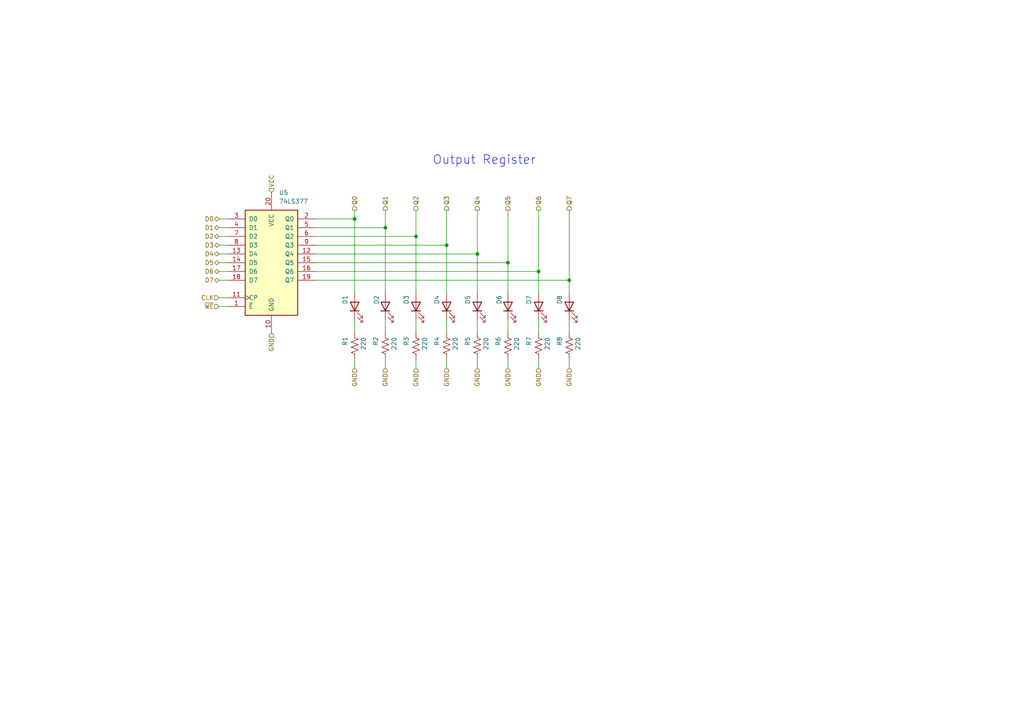
<source format=kicad_sch>
(kicad_sch (version 20250114) (generator "eeschema") (generator_version "9.0")
  (paper "A4")
  (title_block (title "Generic Register") (date "2025-11-16") (rev "1.0") (company "Marco Vettigli"))
  (lib_symbols
    (symbol "74xx:74LS377" (pin_names (offset 1.016))
      (property "Reference" "U" (at -7.62 16.51 0))
      (property "Value" "74LS377" (at -7.62 -16.51 0))
      (symbol "74LS377_1_0"
        (pin input line (at -12.7 12.7 0) (length 5.08) (name "D0") (number "3"))
        (pin input line (at -12.7 10.16 0) (length 5.08) (name "D1") (number "4"))
        (pin input line (at -12.7 7.62 0) (length 5.08) (name "D2") (number "7"))
        (pin input line (at -12.7 5.08 0) (length 5.08) (name "D3") (number "8"))
        (pin input line (at -12.7 2.54 0) (length 5.08) (name "D4") (number "13"))
        (pin input line (at -12.7 0 0) (length 5.08) (name "D5") (number "14"))
        (pin input line (at -12.7 -2.54 0) (length 5.08) (name "D6") (number "17"))
        (pin input line (at -12.7 -5.08 0) (length 5.08) (name "D7") (number "18"))
        (pin input clock (at -12.7 -10.16 0) (length 5.08) (name "CP") (number "11"))
        (pin input line (at -12.7 -12.7 0) (length 5.08) (name "~{E}") (number "1"))
        (pin power_in line (at 0 20.32 270) (length 5.08) (name "VCC") (number "20"))
        (pin power_in line (at 0 -20.32 90) (length 5.08) (name "GND") (number "10"))
        (pin output line (at 12.7 12.7 180) (length 5.08) (name "Q0") (number "2"))
        (pin output line (at 12.7 10.16 180) (length 5.08) (name "Q1") (number "5"))
        (pin output line (at 12.7 7.62 180) (length 5.08) (name "Q2") (number "6"))
        (pin output line (at 12.7 5.08 180) (length 5.08) (name "Q3") (number "9"))
        (pin output line (at 12.7 2.54 180) (length 5.08) (name "Q4") (number "12"))
        (pin output line (at 12.7 0 180) (length 5.08) (name "Q5") (number "15"))
        (pin output line (at 12.7 -2.54 180) (length 5.08) (name "Q6") (number "16"))
        (pin output line (at 12.7 -5.08 180) (length 5.08) (name "Q7") (number "19"))
      )
      (symbol "74LS377_1_1"
        (rectangle (start -7.62 15.24) (end 7.62 -15.24) (stroke (width 0.254)) (fill (type background)))
      )
    )
    (symbol "Device:LED" (pin_numbers (hide yes)) (pin_names (offset 1.016) (hide yes))
      (property "Reference" "D" (at 0 2.54 0))
      (property "Value" "LED" (at 0 -2.54 0))
      (symbol "LED_0_1"
        (polyline (pts (xy -3.048 -0.762) (xy -4.572 -2.286) (xy -3.81 -2.286) (xy -4.572 -2.286) (xy -4.572 -1.524)))
        (polyline (pts (xy -1.778 -0.762) (xy -3.302 -2.286) (xy -2.54 -2.286) (xy -3.302 -2.286) (xy -3.302 -1.524)))
        (polyline (pts (xy -1.27 0) (xy 1.27 0)))
        (polyline (pts (xy -1.27 -1.27) (xy -1.27 1.27)) (stroke (width 0.254)))
        (polyline (pts (xy 1.27 -1.27) (xy 1.27 1.27) (xy -1.27 0) (xy 1.27 -1.27)) (stroke (width 0.254)))
      )
      (symbol "LED_1_1"
        (pin passive line (at -3.81 0 0) (length 2.54) (name "K") (number "1"))
        (pin passive line (at 3.81 0 180) (length 2.54) (name "A") (number "2"))
      )
    )
    (symbol "Device:R_US" (pin_numbers (hide yes)) (pin_names (offset 0))
      (property "Reference" "R" (at 2.54 0 90))
      (property "Value" "R_US" (at -2.54 0 90))
      (symbol "R_US_0_1"
        (polyline (pts (xy 0 2.286) (xy 0 2.54)))
        (polyline (pts (xy 0 2.286) (xy 1.016 1.905) (xy 0 1.524) (xy -1.016 1.143) (xy 0 0.762)))
        (polyline (pts (xy 0 0.762) (xy 1.016 0.381) (xy 0 0) (xy -1.016 -0.381) (xy 0 -0.762)))
        (polyline (pts (xy 0 -0.762) (xy 1.016 -1.143) (xy 0 -1.524) (xy -1.016 -1.905) (xy 0 -2.286)))
        (polyline (pts (xy 0 -2.286) (xy 0 -2.54)))
      )
      (symbol "R_US_1_1"
        (pin passive line (at 0 3.81 270) (length 1.27) (name "~") (number "1"))
        (pin passive line (at 0 -3.81 90) (length 1.27) (name "~") (number "2"))
      )
    )
  )
  (text "Output Register" (at 140.462 46.482 0) (effects (font (size 2.54 2.54))))
  (junction (at 165.1 81.28))
  (junction (at 102.87 63.5))
  (junction (at 111.76 66.04))
  (junction (at 147.32 76.2))
  (junction (at 138.43 73.66))
  (junction (at 120.65 68.58))
  (junction (at 156.21 78.74))
  (junction (at 129.54 71.12))
  (wire (pts (xy 147.32 106.68) (xy 147.32 104.14)))
  (wire (pts (xy 63.5 73.66) (xy 66.04 73.66)))
  (wire (pts (xy 138.43 60.96) (xy 138.43 73.66)))
  (wire (pts (xy 91.44 68.58) (xy 120.65 68.58)))
  (wire (pts (xy 91.44 76.2) (xy 147.32 76.2)))
  (wire (pts (xy 147.32 76.2) (xy 147.32 85.09)))
  (wire (pts (xy 63.5 63.5) (xy 66.04 63.5)))
  (wire (pts (xy 156.21 96.52) (xy 156.21 92.71)))
  (wire (pts (xy 102.87 60.96) (xy 102.87 63.5)))
  (wire (pts (xy 165.1 81.28) (xy 165.1 85.09)))
  (wire (pts (xy 147.32 60.96) (xy 147.32 76.2)))
  (wire (pts (xy 91.44 63.5) (xy 102.87 63.5)))
  (wire (pts (xy 102.87 96.52) (xy 102.87 92.71)))
  (wire (pts (xy 129.54 71.12) (xy 129.54 85.09)))
  (wire (pts (xy 91.44 66.04) (xy 111.76 66.04)))
  (wire (pts (xy 147.32 96.52) (xy 147.32 92.71)))
  (wire (pts (xy 102.87 106.68) (xy 102.87 104.14)))
  (wire (pts (xy 156.21 106.68) (xy 156.21 104.14)))
  (wire (pts (xy 63.5 68.58) (xy 66.04 68.58)))
  (wire (pts (xy 120.65 96.52) (xy 120.65 92.71)))
  (wire (pts (xy 63.5 71.12) (xy 66.04 71.12)))
  (wire (pts (xy 129.54 106.68) (xy 129.54 104.14)))
  (wire (pts (xy 63.5 78.74) (xy 66.04 78.74)))
  (wire (pts (xy 111.76 66.04) (xy 111.76 85.09)))
  (wire (pts (xy 120.65 68.58) (xy 120.65 85.09)))
  (wire (pts (xy 129.54 96.52) (xy 129.54 92.71)))
  (wire (pts (xy 129.54 60.96) (xy 129.54 71.12)))
  (wire (pts (xy 63.5 88.9) (xy 66.04 88.9)))
  (wire (pts (xy 91.44 78.74) (xy 156.21 78.74)))
  (wire (pts (xy 63.5 76.2) (xy 66.04 76.2)))
  (wire (pts (xy 63.5 66.04) (xy 66.04 66.04)))
  (wire (pts (xy 156.21 78.74) (xy 156.21 85.09)))
  (wire (pts (xy 138.43 96.52) (xy 138.43 92.71)))
  (wire (pts (xy 165.1 60.96) (xy 165.1 81.28)))
  (wire (pts (xy 138.43 73.66) (xy 138.43 85.09)))
  (wire (pts (xy 111.76 96.52) (xy 111.76 92.71)))
  (wire (pts (xy 111.76 106.68) (xy 111.76 104.14)))
  (wire (pts (xy 63.5 86.36) (xy 66.04 86.36)))
  (wire (pts (xy 111.76 60.96) (xy 111.76 66.04)))
  (wire (pts (xy 63.5 81.28) (xy 66.04 81.28)))
  (wire (pts (xy 102.87 63.5) (xy 102.87 85.09)))
  (wire (pts (xy 156.21 60.96) (xy 156.21 78.74)))
  (wire (pts (xy 165.1 96.52) (xy 165.1 92.71)))
  (wire (pts (xy 91.44 81.28) (xy 165.1 81.28)))
  (wire (pts (xy 138.43 106.68) (xy 138.43 104.14)))
  (wire (pts (xy 165.1 106.68) (xy 165.1 104.14)))
  (wire (pts (xy 91.44 71.12) (xy 129.54 71.12)))
  (wire (pts (xy 120.65 106.68) (xy 120.65 104.14)))
  (wire (pts (xy 120.65 60.96) (xy 120.65 68.58)))
  (wire (pts (xy 91.44 73.66) (xy 138.43 73.66)))
  (hierarchical_label "GND" (shape input) (at 165.1 106.68 270))
  (hierarchical_label "Q3" (shape output) (at 129.54 60.96 90))
  (hierarchical_label "GND" (shape input) (at 138.43 106.68 270))
  (hierarchical_label "Q0" (shape output) (at 102.87 60.96 90))
  (hierarchical_label "GND" (shape input) (at 129.54 106.68 270))
  (hierarchical_label "GND" (shape input) (at 156.21 106.68 270))
  (hierarchical_label "Q7" (shape output) (at 165.1 60.96 90))
  (hierarchical_label "~{WE}" (shape input) (at 63.5 88.9 180))
  (hierarchical_label "Q1" (shape output) (at 111.76 60.96 90))
  (hierarchical_label "Q2" (shape output) (at 120.65 60.96 90))
  (hierarchical_label "Q6" (shape output) (at 156.21 60.96 90))
  (hierarchical_label "D3" (shape tri_state) (at 63.5 71.12 180))
  (hierarchical_label "Q5" (shape output) (at 147.32 60.96 90))
  (hierarchical_label "D1" (shape tri_state) (at 63.5 66.04 180))
  (hierarchical_label "GND" (shape input) (at 120.65 106.68 270))
  (hierarchical_label "Q4" (shape output) (at 138.43 60.96 90))
  (hierarchical_label "GND" (shape input) (at 147.32 106.68 270))
  (hierarchical_label "GND" (shape input) (at 111.76 106.68 270))
  (hierarchical_label "D2" (shape tri_state) (at 63.5 68.58 180))
  (hierarchical_label "D5" (shape tri_state) (at 63.5 76.2 180))
  (hierarchical_label "D0" (shape tri_state) (at 63.5 63.5 180))
  (hierarchical_label "D4" (shape tri_state) (at 63.5 73.66 180))
  (hierarchical_label "GND" (shape input) (at 102.87 106.68 270))
  (hierarchical_label "D7" (shape tri_state) (at 63.5 81.28 180))
  (hierarchical_label "CLK" (shape input) (at 63.5 86.36 180))
  (hierarchical_label "D6" (shape tri_state) (at 63.5 78.74 180))
  (hierarchical_label "VCC" (shape input) (at 78.74 55.88 90))
  (hierarchical_label "GND" (shape input) (at 78.74 96.52 270))
  (symbol (lib_id "Device:R_US") (at 111.76 100.33 0) (unit 1)
    (property "Reference" "R2" (at 108.966 100.33 90) (effects (justify left)))
    (property "Value" "220" (at 114.3 101.5999 90) (effects (justify left)))
    (property "Footprint" "Resistor_THT:R_Axial_DIN0207_L6.3mm_D2.5mm_P10.16mm_Horizontal" (effects (hide yes)))
    (property "Description" "Resistor, US symbol" (effects (hide yes)))
    (instances (project "Generic Registers" (path "" (reference "R2") (unit 1))) (project "Generic Registers" (path "" (reference "R2") (unit 1)) (path "" (reference "R10") (unit 1))))
  )
  (symbol (lib_id "Device:LED") (at 165.1 88.9 90) (unit 1)
    (property "Reference" "D8" (at 162.306 85.598 0) (effects (justify right)))
    (property "Value" "RED" (effects (hide yes)))
    (property "Footprint" "LED_THT:LED_D3.0mm" (effects (hide yes)))
    (property "Description" "Light emitting diode" (effects (hide yes)))
    (property "Sim.Pins" "1=K 2=A" (effects (hide yes)))
    (instances (project "Generic Registers" (path "" (reference "D8") (unit 1))) (project "Generic Registers" (path "" (reference "D8") (unit 1)) (path "" (reference "D16") (unit 1))))
  )
  (symbol (lib_id "Device:LED") (at 138.43 88.9 90) (unit 1)
    (property "Reference" "D5" (at 135.636 85.598 0) (effects (justify right)))
    (property "Value" "RED" (effects (hide yes)))
    (property "Footprint" "LED_THT:LED_D3.0mm" (effects (hide yes)))
    (property "Description" "Light emitting diode" (effects (hide yes)))
    (property "Sim.Pins" "1=K 2=A" (effects (hide yes)))
    (instances (project "Generic Registers" (path "" (reference "D5") (unit 1))) (project "Generic Registers" (path "" (reference "D5") (unit 1)) (path "" (reference "D13") (unit 1))))
  )
  (symbol (lib_id "Device:R_US") (at 102.87 100.33 0) (unit 1)
    (property "Reference" "R1" (at 100.076 100.33 90) (effects (justify left)))
    (property "Value" "220" (at 105.41 101.5999 90) (effects (justify left)))
    (property "Footprint" "Resistor_THT:R_Axial_DIN0207_L6.3mm_D2.5mm_P10.16mm_Horizontal" (effects (hide yes)))
    (property "Description" "Resistor, US symbol" (effects (hide yes)))
    (instances (project "Generic Registers" (path "" (reference "R1") (unit 1))) (project "Generic Registers" (path "" (reference "R1") (unit 1)) (path "" (reference "R9") (unit 1))))
  )
  (symbol (lib_id "Device:R_US") (at 129.54 100.33 0) (unit 1)
    (property "Reference" "R4" (at 126.746 100.33 90) (effects (justify left)))
    (property "Value" "220" (at 132.08 101.5999 90) (effects (justify left)))
    (property "Footprint" "Resistor_THT:R_Axial_DIN0207_L6.3mm_D2.5mm_P10.16mm_Horizontal" (effects (hide yes)))
    (property "Description" "Resistor, US symbol" (effects (hide yes)))
    (instances (project "Generic Registers" (path "" (reference "R4") (unit 1))) (project "Generic Registers" (path "" (reference "R4") (unit 1)) (path "" (reference "R12") (unit 1))))
  )
  (symbol (lib_id "Device:R_US") (at 147.32 100.33 0) (unit 1)
    (property "Reference" "R6" (at 144.526 100.33 90) (effects (justify left)))
    (property "Value" "220" (at 149.86 101.5999 90) (effects (justify left)))
    (property "Footprint" "Resistor_THT:R_Axial_DIN0207_L6.3mm_D2.5mm_P10.16mm_Horizontal" (effects (hide yes)))
    (property "Description" "Resistor, US symbol" (effects (hide yes)))
    (instances (project "Generic Registers" (path "" (reference "R6") (unit 1))) (project "Generic Registers" (path "" (reference "R6") (unit 1)) (path "" (reference "R14") (unit 1))))
  )
  (symbol (lib_id "Device:R_US") (at 156.21 100.33 0) (unit 1)
    (property "Reference" "R7" (at 153.416 100.33 90) (effects (justify left)))
    (property "Value" "220" (at 158.75 101.5999 90) (effects (justify left)))
    (property "Footprint" "Resistor_THT:R_Axial_DIN0207_L6.3mm_D2.5mm_P10.16mm_Horizontal" (effects (hide yes)))
    (property "Description" "Resistor, US symbol" (effects (hide yes)))
    (instances (project "Generic Registers" (path "" (reference "R7") (unit 1))) (project "Generic Registers" (path "" (reference "R7") (unit 1)) (path "" (reference "R15") (unit 1))))
  )
  (symbol (lib_id "Device:LED") (at 147.32 88.9 90) (unit 1)
    (property "Reference" "D6" (at 144.78 85.598 0) (effects (justify right)))
    (property "Value" "RED" (effects (hide yes)))
    (property "Footprint" "LED_THT:LED_D3.0mm" (effects (hide yes)))
    (property "Description" "Light emitting diode" (effects (hide yes)))
    (property "Sim.Pins" "1=K 2=A" (effects (hide yes)))
    (instances (project "Generic Registers" (path "" (reference "D6") (unit 1))) (project "Generic Registers" (path "" (reference "D6") (unit 1)) (path "" (reference "D14") (unit 1))))
  )
  (symbol (lib_id "Device:R_US") (at 138.43 100.33 0) (unit 1)
    (property "Reference" "R5" (at 135.636 100.33 90) (effects (justify left)))
    (property "Value" "220" (at 140.97 101.5999 90) (effects (justify left)))
    (property "Footprint" "Resistor_THT:R_Axial_DIN0207_L6.3mm_D2.5mm_P10.16mm_Horizontal" (effects (hide yes)))
    (property "Description" "Resistor, US symbol" (effects (hide yes)))
    (instances (project "Generic Registers" (path "" (reference "R5") (unit 1))) (project "Generic Registers" (path "" (reference "R5") (unit 1)) (path "" (reference "R13") (unit 1))))
  )
  (symbol (lib_id "Device:LED") (at 129.54 88.9 90) (unit 1)
    (property "Reference" "D4" (at 126.746 85.598 0) (effects (justify right)))
    (property "Value" "RED" (effects (hide yes)))
    (property "Footprint" "LED_THT:LED_D3.0mm" (effects (hide yes)))
    (property "Description" "Light emitting diode" (effects (hide yes)))
    (property "Sim.Pins" "1=K 2=A" (effects (hide yes)))
    (instances (project "Generic Registers" (path "" (reference "D4") (unit 1))) (project "Generic Registers" (path "" (reference "D4") (unit 1)) (path "" (reference "D12") (unit 1))))
  )
  (symbol (lib_id "Device:R_US") (at 165.1 100.33 0) (unit 1)
    (property "Reference" "R8" (at 162.306 100.33 90) (effects (justify left)))
    (property "Value" "220" (at 167.64 101.5999 90) (effects (justify left)))
    (property "Footprint" "Resistor_THT:R_Axial_DIN0207_L6.3mm_D2.5mm_P10.16mm_Horizontal" (effects (hide yes)))
    (property "Description" "Resistor, US symbol" (effects (hide yes)))
    (instances (project "Generic Registers" (path "" (reference "R8") (unit 1))) (project "Generic Registers" (path "" (reference "R8") (unit 1)) (path "" (reference "R16") (unit 1))))
  )
  (symbol (lib_id "Device:LED") (at 120.65 88.9 90) (unit 1)
    (property "Reference" "D3" (at 117.856 85.598 0) (effects (justify right)))
    (property "Value" "RED" (effects (hide yes)))
    (property "Footprint" "LED_THT:LED_D3.0mm" (effects (hide yes)))
    (property "Description" "Light emitting diode" (effects (hide yes)))
    (property "Sim.Pins" "1=K 2=A" (effects (hide yes)))
    (instances (project "Generic Registers" (path "" (reference "D3") (unit 1))) (project "Generic Registers" (path "" (reference "D3") (unit 1)) (path "" (reference "D11") (unit 1))))
  )
  (symbol (lib_id "Device:LED") (at 102.87 88.9 90) (unit 1)
    (property "Reference" "D1" (at 100.076 85.598 0) (effects (justify right)))
    (property "Value" "RED" (effects (hide yes)))
    (property "Footprint" "LED_THT:LED_D3.0mm" (effects (hide yes)))
    (property "Description" "Light emitting diode" (effects (hide yes)))
    (property "Sim.Pins" "1=K 2=A" (effects (hide yes)))
    (instances (project "Generic Registers" (path "" (reference "D1") (unit 1))) (project "Generic Registers" (path "" (reference "D1") (unit 1)) (path "" (reference "D9") (unit 1))))
  )
  (symbol (lib_id "Device:R_US") (at 120.65 100.33 0) (unit 1)
    (property "Reference" "R3" (at 117.856 100.33 90) (effects (justify left)))
    (property "Value" "220" (at 123.19 101.5999 90) (effects (justify left)))
    (property "Footprint" "Resistor_THT:R_Axial_DIN0207_L6.3mm_D2.5mm_P10.16mm_Horizontal" (effects (hide yes)))
    (property "Description" "Resistor, US symbol" (effects (hide yes)))
    (instances (project "Generic Registers" (path "" (reference "R3") (unit 1))) (project "Generic Registers" (path "" (reference "R3") (unit 1)) (path "" (reference "R11") (unit 1))))
  )
  (symbol (lib_id "74xx:74LS377") (at 78.74 76.2 0) (unit 1)
    (property "Reference" "U5" (at 80.8833 55.88 0) (effects (justify left)))
    (property "Value" "74LS377" (at 80.8833 58.42 0) (effects (justify left)))
    (property "Footprint" "Package_DIP:DIP-20_W7.62mm" (effects (hide yes)))
    (property "Datasheet" "http://www.ti.com/lit/gpn/sn74LS377" (effects (hide yes)))
    (property "Description" "8-bit Register" (effects (hide yes)))
    (instances (project "Generic Registers" (path "" (reference "U5") (unit 1))) (project "Generic Registers" (path "" (reference "U1") (unit 1)) (path "" (reference "U3") (unit 1))))
  )
  (symbol (lib_id "Device:LED") (at 156.21 88.9 90) (unit 1)
    (property "Reference" "D7" (at 153.416 85.598 0) (effects (justify right)))
    (property "Value" "RED" (effects (hide yes)))
    (property "Footprint" "LED_THT:LED_D3.0mm" (effects (hide yes)))
    (property "Description" "Light emitting diode" (effects (hide yes)))
    (property "Sim.Pins" "1=K 2=A" (effects (hide yes)))
    (instances (project "Generic Registers" (path "" (reference "D7") (unit 1))) (project "Generic Registers" (path "" (reference "D7") (unit 1)) (path "" (reference "D15") (unit 1))))
  )
  (symbol (lib_id "Device:LED") (at 111.76 88.9 90) (unit 1)
    (property "Reference" "D2" (at 109.22 85.598 0) (effects (justify right)))
    (property "Value" "RED" (effects (hide yes)))
    (property "Footprint" "LED_THT:LED_D3.0mm" (effects (hide yes)))
    (property "Description" "Light emitting diode" (effects (hide yes)))
    (property "Sim.Pins" "1=K 2=A" (effects (hide yes)))
    (instances (project "Generic Registers" (path "" (reference "D2") (unit 1))) (project "Generic Registers" (path "" (reference "D2") (unit 1)) (path "" (reference "D10") (unit 1))))
  )
)
</source>
